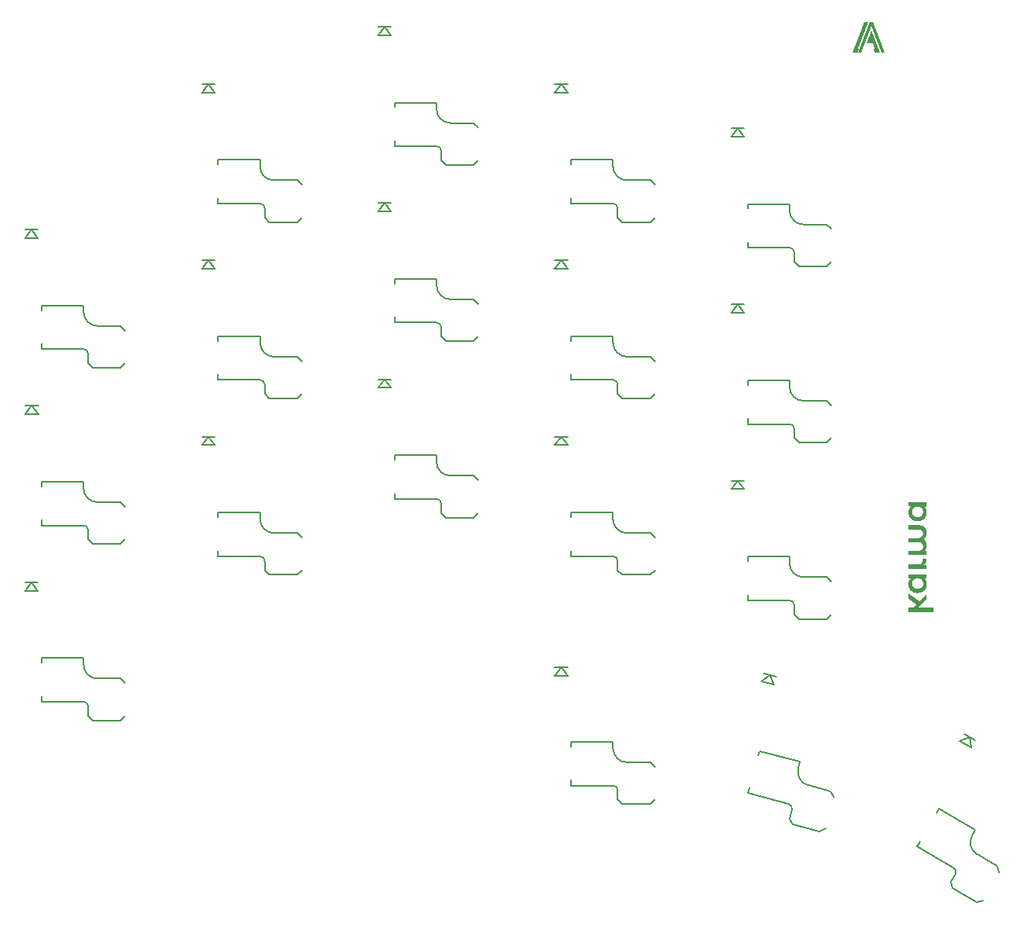
<source format=gbr>
%TF.GenerationSoftware,KiCad,Pcbnew,8.0.5*%
%TF.CreationDate,2024-12-10T18:47:19+08:00*%
%TF.ProjectId,pcb-left,7063622d-6c65-4667-942e-6b696361645f,0.32*%
%TF.SameCoordinates,Original*%
%TF.FileFunction,Legend,Bot*%
%TF.FilePolarity,Positive*%
%FSLAX46Y46*%
G04 Gerber Fmt 4.6, Leading zero omitted, Abs format (unit mm)*
G04 Created by KiCad (PCBNEW 8.0.5) date 2024-12-10 18:47:19*
%MOMM*%
%LPD*%
G01*
G04 APERTURE LIST*
G04 Aperture macros list*
%AMRotRect*
0 Rectangle, with rotation*
0 The origin of the aperture is its center*
0 $1 length*
0 $2 width*
0 $3 Rotation angle, in degrees counterclockwise*
0 Add horizontal line*
21,1,$1,$2,0,0,$3*%
G04 Aperture macros list end*
%ADD10C,0.000000*%
%ADD11C,0.150000*%
%ADD12C,1.701800*%
%ADD13C,3.000000*%
%ADD14C,3.429000*%
%ADD15R,2.600000X2.600000*%
%ADD16RotRect,2.600000X2.600000X150.000000*%
%ADD17RotRect,2.600000X2.600000X165.000000*%
%ADD18C,1.800000*%
%ADD19C,2.100000*%
%ADD20C,3.800000*%
%ADD21O,1.800000X2.750000*%
%ADD22C,1.397000*%
%ADD23RotRect,1.800000X1.500000X240.000000*%
%ADD24R,1.500000X1.800000*%
%ADD25RotRect,1.800000X1.500000X255.000000*%
G04 APERTURE END LIST*
D10*
G36*
X132697616Y-40007400D02*
G01*
X132339779Y-40007400D01*
X133607543Y-36756194D01*
X133965380Y-36756194D01*
X132697616Y-40007400D01*
G37*
G36*
X140256954Y-88952357D02*
G01*
X140024384Y-88952357D01*
X140039800Y-88966831D01*
X140054740Y-88981627D01*
X140069205Y-88996744D01*
X140083196Y-89012182D01*
X140096711Y-89027942D01*
X140109751Y-89044023D01*
X140122316Y-89060425D01*
X140134406Y-89077149D01*
X140146021Y-89094194D01*
X140157161Y-89111561D01*
X140167826Y-89129248D01*
X140178016Y-89147258D01*
X140187730Y-89165588D01*
X140196970Y-89184240D01*
X140205734Y-89203214D01*
X140214024Y-89222509D01*
X140221821Y-89242084D01*
X140229116Y-89261897D01*
X140235908Y-89281947D01*
X140242198Y-89302235D01*
X140247984Y-89322761D01*
X140253266Y-89343523D01*
X140258046Y-89364524D01*
X140262323Y-89385761D01*
X140266097Y-89407237D01*
X140269368Y-89428950D01*
X140272135Y-89450901D01*
X140274400Y-89473089D01*
X140276161Y-89495515D01*
X140277419Y-89518179D01*
X140278174Y-89541080D01*
X140278425Y-89564219D01*
X140277950Y-89598876D01*
X140276524Y-89633071D01*
X140274148Y-89666805D01*
X140270822Y-89700078D01*
X140266545Y-89732889D01*
X140261317Y-89765239D01*
X140255139Y-89797128D01*
X140248010Y-89828556D01*
X140239932Y-89859522D01*
X140230902Y-89890027D01*
X140220922Y-89920071D01*
X140209992Y-89949654D01*
X140198111Y-89978775D01*
X140185280Y-90007435D01*
X140171498Y-90035634D01*
X140156766Y-90063372D01*
X140141174Y-90090501D01*
X140124814Y-90116875D01*
X140107684Y-90142494D01*
X140089786Y-90167359D01*
X140071120Y-90191469D01*
X140051684Y-90214825D01*
X140031480Y-90237426D01*
X140010507Y-90259272D01*
X139988766Y-90280364D01*
X139966256Y-90300700D01*
X139942977Y-90320282D01*
X139918930Y-90339110D01*
X139894114Y-90357182D01*
X139868530Y-90374500D01*
X139842177Y-90391063D01*
X139815056Y-90406871D01*
X139787261Y-90421820D01*
X139758894Y-90435804D01*
X139729955Y-90448824D01*
X139700442Y-90460879D01*
X139670357Y-90471970D01*
X139639699Y-90482096D01*
X139608468Y-90491258D01*
X139576664Y-90499456D01*
X139544287Y-90506689D01*
X139511337Y-90512957D01*
X139477814Y-90518262D01*
X139443717Y-90522601D01*
X139409048Y-90525977D01*
X139373805Y-90528388D01*
X139337988Y-90529834D01*
X139301599Y-90530317D01*
X139265202Y-90529834D01*
X139229364Y-90528388D01*
X139194086Y-90525977D01*
X139159367Y-90522601D01*
X139125207Y-90518262D01*
X139091606Y-90512957D01*
X139058565Y-90506689D01*
X139026083Y-90499456D01*
X138994160Y-90491258D01*
X138962796Y-90482096D01*
X138931992Y-90471970D01*
X138901747Y-90460879D01*
X138872061Y-90448824D01*
X138842934Y-90435804D01*
X138814367Y-90421820D01*
X138786359Y-90406871D01*
X138759017Y-90391063D01*
X138732459Y-90374500D01*
X138706684Y-90357182D01*
X138681691Y-90339110D01*
X138657482Y-90320282D01*
X138634056Y-90300700D01*
X138611413Y-90280364D01*
X138589552Y-90259272D01*
X138568475Y-90237426D01*
X138548179Y-90214825D01*
X138528667Y-90191469D01*
X138509937Y-90167359D01*
X138491989Y-90142494D01*
X138474824Y-90116875D01*
X138458441Y-90090501D01*
X138442840Y-90063372D01*
X138428110Y-90035634D01*
X138414330Y-90007435D01*
X138401501Y-89978775D01*
X138389621Y-89949654D01*
X138378692Y-89920071D01*
X138368713Y-89890027D01*
X138359685Y-89859522D01*
X138351607Y-89828556D01*
X138344479Y-89797128D01*
X138338301Y-89765239D01*
X138333074Y-89732889D01*
X138328797Y-89700078D01*
X138325470Y-89666805D01*
X138323094Y-89633071D01*
X138321669Y-89598876D01*
X138321193Y-89564219D01*
X138321459Y-89539753D01*
X138322256Y-89515553D01*
X138322335Y-89514126D01*
X138704051Y-89514126D01*
X138704694Y-89544645D01*
X138706623Y-89574479D01*
X138709837Y-89603629D01*
X138714337Y-89632094D01*
X138720123Y-89659873D01*
X138727195Y-89686968D01*
X138735553Y-89713378D01*
X138745197Y-89739103D01*
X138756127Y-89764143D01*
X138768343Y-89788498D01*
X138781846Y-89812169D01*
X138796635Y-89835154D01*
X138812710Y-89857454D01*
X138830071Y-89879069D01*
X138848719Y-89899999D01*
X138868654Y-89920244D01*
X138889632Y-89939526D01*
X138911421Y-89957564D01*
X138934021Y-89974358D01*
X138957432Y-89989907D01*
X138981653Y-90004213D01*
X139006686Y-90017275D01*
X139032529Y-90029093D01*
X139059183Y-90039667D01*
X139086648Y-90048997D01*
X139114923Y-90057083D01*
X139144009Y-90063925D01*
X139173906Y-90069523D01*
X139204613Y-90073877D01*
X139236131Y-90076987D01*
X139268459Y-90078853D01*
X139301599Y-90079475D01*
X139334740Y-90078853D01*
X139367070Y-90076987D01*
X139398588Y-90073877D01*
X139429296Y-90069523D01*
X139459192Y-90063925D01*
X139488277Y-90057083D01*
X139516552Y-90048997D01*
X139544016Y-90039667D01*
X139570669Y-90029093D01*
X139596512Y-90017275D01*
X139621545Y-90004213D01*
X139645767Y-89989907D01*
X139669180Y-89974358D01*
X139691782Y-89957564D01*
X139713574Y-89939526D01*
X139734557Y-89920244D01*
X139754487Y-89899999D01*
X139773131Y-89879069D01*
X139790490Y-89857454D01*
X139806563Y-89835154D01*
X139821350Y-89812169D01*
X139834851Y-89788498D01*
X139847067Y-89764143D01*
X139857997Y-89739103D01*
X139867641Y-89713378D01*
X139876000Y-89686968D01*
X139883072Y-89659873D01*
X139888859Y-89632094D01*
X139893359Y-89603629D01*
X139896574Y-89574479D01*
X139898503Y-89544645D01*
X139899146Y-89514126D01*
X139898503Y-89483600D01*
X139896574Y-89453745D01*
X139893359Y-89424561D01*
X139888859Y-89396048D01*
X139883072Y-89368206D01*
X139876000Y-89341035D01*
X139867641Y-89314535D01*
X139857997Y-89288705D01*
X139847067Y-89263547D01*
X139834851Y-89239059D01*
X139821350Y-89215242D01*
X139806563Y-89192096D01*
X139790490Y-89169621D01*
X139773131Y-89147817D01*
X139754487Y-89126683D01*
X139734557Y-89106221D01*
X139713574Y-89086723D01*
X139691782Y-89068482D01*
X139669180Y-89051500D01*
X139645767Y-89035776D01*
X139621545Y-89021310D01*
X139596512Y-89008102D01*
X139570669Y-88996152D01*
X139544016Y-88985460D01*
X139516552Y-88976025D01*
X139488277Y-88967849D01*
X139459192Y-88960930D01*
X139429296Y-88955270D01*
X139398588Y-88950867D01*
X139367070Y-88947723D01*
X139334740Y-88945836D01*
X139301599Y-88945207D01*
X139268459Y-88945836D01*
X139236131Y-88947723D01*
X139204613Y-88950867D01*
X139173906Y-88955270D01*
X139144009Y-88960930D01*
X139114923Y-88967849D01*
X139086648Y-88976025D01*
X139059183Y-88985460D01*
X139032529Y-88996152D01*
X139006686Y-89008102D01*
X138981653Y-89021310D01*
X138957432Y-89035776D01*
X138934021Y-89051500D01*
X138911421Y-89068482D01*
X138889632Y-89086723D01*
X138868654Y-89106221D01*
X138848719Y-89126683D01*
X138830071Y-89147817D01*
X138812710Y-89169621D01*
X138796635Y-89192096D01*
X138781846Y-89215242D01*
X138768343Y-89239059D01*
X138756127Y-89263547D01*
X138745197Y-89288705D01*
X138735553Y-89314535D01*
X138727195Y-89341035D01*
X138720123Y-89368206D01*
X138714337Y-89396048D01*
X138709837Y-89424561D01*
X138706623Y-89453745D01*
X138704694Y-89483600D01*
X138704051Y-89514126D01*
X138322335Y-89514126D01*
X138323583Y-89491617D01*
X138325442Y-89467948D01*
X138327832Y-89444543D01*
X138330753Y-89421404D01*
X138334205Y-89398531D01*
X138338189Y-89375923D01*
X138342703Y-89353581D01*
X138347748Y-89331504D01*
X138353325Y-89309692D01*
X138359432Y-89288147D01*
X138366071Y-89266866D01*
X138373241Y-89245852D01*
X138380942Y-89225103D01*
X138389174Y-89204619D01*
X138397937Y-89184471D01*
X138407232Y-89164729D01*
X138417058Y-89145392D01*
X138427415Y-89126460D01*
X138438303Y-89107933D01*
X138449723Y-89089812D01*
X138461674Y-89072096D01*
X138474156Y-89054785D01*
X138487169Y-89037880D01*
X138500713Y-89021380D01*
X138514788Y-89005286D01*
X138529394Y-88989596D01*
X138544531Y-88974312D01*
X138560199Y-88959433D01*
X138576398Y-88944960D01*
X138593128Y-88930892D01*
X138346244Y-88930892D01*
X138346244Y-88505092D01*
X140256954Y-88505092D01*
X140256954Y-88952357D01*
G37*
G36*
X139492661Y-90964093D02*
G01*
X139542536Y-90966567D01*
X139590776Y-90970690D01*
X139637381Y-90976463D01*
X139682352Y-90983885D01*
X139725687Y-90992956D01*
X139767387Y-91003677D01*
X139807453Y-91016047D01*
X139845883Y-91030066D01*
X139882678Y-91045735D01*
X139917838Y-91063052D01*
X139951363Y-91082019D01*
X139983253Y-91102636D01*
X140013507Y-91124901D01*
X140042126Y-91148816D01*
X140069110Y-91174379D01*
X140094456Y-91201355D01*
X140118167Y-91229505D01*
X140140243Y-91258829D01*
X140160684Y-91289327D01*
X140179489Y-91320999D01*
X140196660Y-91353846D01*
X140212195Y-91387866D01*
X140226095Y-91423060D01*
X140238360Y-91459429D01*
X140248989Y-91496971D01*
X140257983Y-91535687D01*
X140265342Y-91575578D01*
X140271066Y-91616642D01*
X140275155Y-91658881D01*
X140277608Y-91702293D01*
X140278425Y-91746880D01*
X140278097Y-91774904D01*
X140277112Y-91802621D01*
X140275470Y-91830030D01*
X140273171Y-91857132D01*
X140270215Y-91883926D01*
X140266603Y-91910413D01*
X140262334Y-91936592D01*
X140257408Y-91962464D01*
X140251824Y-91988028D01*
X140245584Y-92013285D01*
X140238687Y-92038234D01*
X140231133Y-92062876D01*
X140222923Y-92087210D01*
X140214055Y-92111236D01*
X140204530Y-92134955D01*
X140194348Y-92158366D01*
X140183578Y-92181359D01*
X140172292Y-92203820D01*
X140160488Y-92225750D01*
X140148166Y-92247149D01*
X140135328Y-92268017D01*
X140121972Y-92288353D01*
X140108098Y-92308159D01*
X140093708Y-92327433D01*
X140078800Y-92346176D01*
X140063376Y-92364388D01*
X140047434Y-92382069D01*
X140030975Y-92399218D01*
X140013999Y-92415837D01*
X139996506Y-92431924D01*
X139978496Y-92447480D01*
X139959969Y-92462505D01*
X139979348Y-92474854D01*
X139998126Y-92487748D01*
X140016303Y-92501188D01*
X140033879Y-92515172D01*
X140050854Y-92529701D01*
X140067229Y-92544776D01*
X140083002Y-92560395D01*
X140098175Y-92576560D01*
X140112746Y-92593270D01*
X140126716Y-92610524D01*
X140140086Y-92628324D01*
X140152854Y-92646669D01*
X140165020Y-92665559D01*
X140176586Y-92684994D01*
X140187550Y-92704974D01*
X140197913Y-92725499D01*
X140207666Y-92746485D01*
X140216788Y-92767849D01*
X140225281Y-92789590D01*
X140233145Y-92811709D01*
X140240378Y-92834205D01*
X140246983Y-92857079D01*
X140252958Y-92880330D01*
X140258304Y-92903958D01*
X140263020Y-92927964D01*
X140267108Y-92952347D01*
X140270566Y-92977108D01*
X140273396Y-93002246D01*
X140275596Y-93027761D01*
X140277168Y-93053654D01*
X140278111Y-93079924D01*
X140278425Y-93106571D01*
X140278160Y-93131030D01*
X140277363Y-93155211D01*
X140276035Y-93179111D01*
X140274177Y-93202732D01*
X140271787Y-93226073D01*
X140268866Y-93249135D01*
X140265413Y-93271918D01*
X140261430Y-93294420D01*
X140256916Y-93316644D01*
X140251870Y-93338588D01*
X140246294Y-93360252D01*
X140240186Y-93381637D01*
X140233548Y-93402742D01*
X140226378Y-93423568D01*
X140218677Y-93444114D01*
X140210445Y-93464381D01*
X140201708Y-93484299D01*
X140192495Y-93503797D01*
X140182808Y-93522876D01*
X140172646Y-93541535D01*
X140162010Y-93559775D01*
X140150898Y-93577596D01*
X140139311Y-93594997D01*
X140127249Y-93611980D01*
X140114712Y-93628543D01*
X140101700Y-93644686D01*
X140088213Y-93660411D01*
X140074251Y-93675716D01*
X140059813Y-93690602D01*
X140044900Y-93705068D01*
X140029512Y-93719115D01*
X140013648Y-93732744D01*
X140256954Y-93732744D01*
X140256954Y-94158538D01*
X138346244Y-94158538D01*
X138346244Y-93711272D01*
X139315913Y-93711272D01*
X139350282Y-93710748D01*
X139383617Y-93709176D01*
X139415918Y-93706555D01*
X139447184Y-93702886D01*
X139477416Y-93698169D01*
X139506614Y-93692404D01*
X139534778Y-93685591D01*
X139561907Y-93677729D01*
X139588003Y-93668819D01*
X139613064Y-93658860D01*
X139637091Y-93647853D01*
X139660083Y-93635798D01*
X139682042Y-93622695D01*
X139702967Y-93608543D01*
X139722857Y-93593343D01*
X139741714Y-93577094D01*
X139759478Y-93559951D01*
X139776096Y-93542067D01*
X139791568Y-93523442D01*
X139805894Y-93504077D01*
X139819073Y-93483970D01*
X139831107Y-93463123D01*
X139841995Y-93441536D01*
X139851736Y-93419207D01*
X139860332Y-93396138D01*
X139867781Y-93372328D01*
X139874085Y-93347777D01*
X139879242Y-93322485D01*
X139883253Y-93296453D01*
X139886118Y-93269680D01*
X139887837Y-93242166D01*
X139888410Y-93213912D01*
X139887914Y-93188348D01*
X139886425Y-93163539D01*
X139883944Y-93139484D01*
X139880470Y-93116184D01*
X139876004Y-93093639D01*
X139870545Y-93071849D01*
X139864094Y-93050814D01*
X139856650Y-93030533D01*
X139848214Y-93011007D01*
X139838786Y-92992236D01*
X139828365Y-92974220D01*
X139816952Y-92956959D01*
X139804547Y-92940452D01*
X139791149Y-92924701D01*
X139776759Y-92909704D01*
X139761377Y-92895463D01*
X139745018Y-92882030D01*
X139727695Y-92869465D01*
X139709408Y-92857766D01*
X139690156Y-92846933D01*
X139669939Y-92836967D01*
X139648757Y-92827868D01*
X139626611Y-92819635D01*
X139603500Y-92812268D01*
X139579425Y-92805769D01*
X139554386Y-92800135D01*
X139528381Y-92795369D01*
X139501413Y-92791469D01*
X139473480Y-92788436D01*
X139444582Y-92786269D01*
X139414720Y-92784969D01*
X139383893Y-92784536D01*
X138346244Y-92784536D01*
X138346244Y-92337270D01*
X139315913Y-92337270D01*
X139349855Y-92336739D01*
X139382805Y-92335146D01*
X139414763Y-92332490D01*
X139445728Y-92328772D01*
X139475702Y-92323992D01*
X139504683Y-92318150D01*
X139532672Y-92311246D01*
X139559669Y-92303279D01*
X139585674Y-92294250D01*
X139610687Y-92284159D01*
X139634708Y-92273005D01*
X139657736Y-92260789D01*
X139679773Y-92247511D01*
X139700818Y-92233171D01*
X139720870Y-92217768D01*
X139739931Y-92201303D01*
X139757911Y-92183958D01*
X139774731Y-92165914D01*
X139790391Y-92147170D01*
X139804891Y-92127728D01*
X139818231Y-92107587D01*
X139830411Y-92086748D01*
X139841431Y-92065209D01*
X139851291Y-92042971D01*
X139859990Y-92020034D01*
X139867530Y-91996399D01*
X139873910Y-91972065D01*
X139879130Y-91947031D01*
X139883190Y-91921299D01*
X139886090Y-91894869D01*
X139887830Y-91867739D01*
X139888410Y-91839911D01*
X139887914Y-91814347D01*
X139886425Y-91789537D01*
X139883944Y-91765483D01*
X139880470Y-91742183D01*
X139876004Y-91719638D01*
X139870545Y-91697848D01*
X139864094Y-91676813D01*
X139856650Y-91656532D01*
X139848214Y-91637007D01*
X139838786Y-91618236D01*
X139828365Y-91600220D01*
X139816952Y-91582958D01*
X139804547Y-91566452D01*
X139791149Y-91550700D01*
X139776759Y-91535703D01*
X139761377Y-91521460D01*
X139745018Y-91508028D01*
X139727695Y-91495463D01*
X139709408Y-91483764D01*
X139690156Y-91472931D01*
X139669939Y-91462965D01*
X139648757Y-91453866D01*
X139626611Y-91445633D01*
X139603500Y-91438267D01*
X139579425Y-91431767D01*
X139554386Y-91426134D01*
X139528381Y-91421367D01*
X139501413Y-91417468D01*
X139473480Y-91414434D01*
X139444582Y-91412268D01*
X139414720Y-91410968D01*
X139383893Y-91410534D01*
X138346244Y-91410534D01*
X138346244Y-90963268D01*
X139441151Y-90963268D01*
X139492661Y-90964093D01*
G37*
G36*
X133231016Y-40007400D02*
G01*
X132873179Y-40007400D01*
X134140943Y-36756194D01*
X134498780Y-36756194D01*
X133231016Y-40007400D01*
G37*
G36*
X135235377Y-40007398D02*
G01*
X134879777Y-40007398D01*
X134481366Y-38991398D01*
X133802755Y-38991398D01*
X134324171Y-37670599D01*
X135235377Y-40007398D01*
G37*
G36*
X140256954Y-96677541D02*
G01*
X140024384Y-96677541D01*
X140039800Y-96692014D01*
X140054740Y-96706809D01*
X140069205Y-96721925D01*
X140083196Y-96737363D01*
X140096711Y-96753122D01*
X140109751Y-96769203D01*
X140122316Y-96785605D01*
X140134406Y-96802329D01*
X140146021Y-96819374D01*
X140157161Y-96836741D01*
X140167826Y-96854430D01*
X140178016Y-96872439D01*
X140187730Y-96890770D01*
X140196970Y-96909423D01*
X140205734Y-96928397D01*
X140214024Y-96947693D01*
X140221821Y-96967267D01*
X140229116Y-96987079D01*
X140235908Y-97007129D01*
X140242198Y-97027416D01*
X140247984Y-97047942D01*
X140253266Y-97068704D01*
X140258046Y-97089705D01*
X140262323Y-97110943D01*
X140266097Y-97132419D01*
X140269368Y-97154132D01*
X140272135Y-97176083D01*
X140274400Y-97198272D01*
X140276161Y-97220698D01*
X140277419Y-97243362D01*
X140278174Y-97266264D01*
X140278425Y-97289403D01*
X140277950Y-97324059D01*
X140276524Y-97358254D01*
X140274148Y-97391988D01*
X140270822Y-97425261D01*
X140266545Y-97458072D01*
X140261317Y-97490422D01*
X140255139Y-97522311D01*
X140248010Y-97553738D01*
X140239932Y-97584704D01*
X140230902Y-97615209D01*
X140220922Y-97645253D01*
X140209992Y-97674835D01*
X140198111Y-97703956D01*
X140185280Y-97732616D01*
X140171498Y-97760815D01*
X140156766Y-97788552D01*
X140141174Y-97815681D01*
X140124814Y-97842056D01*
X140107684Y-97867676D01*
X140089786Y-97892541D01*
X140071120Y-97916652D01*
X140051684Y-97940008D01*
X140031480Y-97962609D01*
X140010507Y-97984455D01*
X139988766Y-98005547D01*
X139966256Y-98025884D01*
X139942977Y-98045466D01*
X139918930Y-98064293D01*
X139894114Y-98082366D01*
X139868530Y-98099684D01*
X139842177Y-98116247D01*
X139815056Y-98132055D01*
X139787261Y-98147003D01*
X139758894Y-98160987D01*
X139729955Y-98174006D01*
X139700442Y-98186061D01*
X139670357Y-98197152D01*
X139639699Y-98207278D01*
X139608468Y-98216441D01*
X139576664Y-98224638D01*
X139544287Y-98231871D01*
X139511337Y-98238140D01*
X139477814Y-98243445D01*
X139443717Y-98247785D01*
X139409048Y-98251160D01*
X139373805Y-98253571D01*
X139337988Y-98255018D01*
X139301599Y-98255500D01*
X139265202Y-98255018D01*
X139229364Y-98253571D01*
X139194086Y-98251160D01*
X139159367Y-98247785D01*
X139125207Y-98243445D01*
X139091606Y-98238140D01*
X139058565Y-98231871D01*
X139026083Y-98224638D01*
X138994160Y-98216441D01*
X138962796Y-98207278D01*
X138931992Y-98197152D01*
X138901747Y-98186061D01*
X138872061Y-98174006D01*
X138842934Y-98160987D01*
X138814367Y-98147003D01*
X138786359Y-98132055D01*
X138759017Y-98116247D01*
X138732459Y-98099684D01*
X138706684Y-98082366D01*
X138681691Y-98064293D01*
X138657482Y-98045466D01*
X138634056Y-98025884D01*
X138611413Y-98005547D01*
X138589552Y-97984455D01*
X138568475Y-97962609D01*
X138548179Y-97940008D01*
X138528667Y-97916652D01*
X138509937Y-97892541D01*
X138491989Y-97867676D01*
X138474824Y-97842056D01*
X138458441Y-97815681D01*
X138442840Y-97788552D01*
X138428110Y-97760815D01*
X138414330Y-97732616D01*
X138401501Y-97703956D01*
X138389621Y-97674835D01*
X138378692Y-97645253D01*
X138368713Y-97615209D01*
X138359685Y-97584704D01*
X138351607Y-97553738D01*
X138344479Y-97522311D01*
X138338301Y-97490422D01*
X138333074Y-97458072D01*
X138328797Y-97425261D01*
X138325470Y-97391988D01*
X138323094Y-97358254D01*
X138321669Y-97324059D01*
X138321193Y-97289403D01*
X138321459Y-97264936D01*
X138322256Y-97240734D01*
X138322335Y-97239309D01*
X138704051Y-97239309D01*
X138704694Y-97269828D01*
X138706623Y-97299663D01*
X138709837Y-97328812D01*
X138714337Y-97357276D01*
X138720123Y-97385056D01*
X138727195Y-97412150D01*
X138735553Y-97438560D01*
X138745197Y-97464284D01*
X138756127Y-97489324D01*
X138768343Y-97513679D01*
X138781846Y-97537349D01*
X138796635Y-97560335D01*
X138812710Y-97582635D01*
X138830071Y-97604251D01*
X138848719Y-97625182D01*
X138868654Y-97645428D01*
X138889632Y-97664709D01*
X138911421Y-97682746D01*
X138934021Y-97699539D01*
X138957432Y-97715089D01*
X138981653Y-97729394D01*
X139006686Y-97742455D01*
X139032529Y-97754273D01*
X139059183Y-97764846D01*
X139086648Y-97774176D01*
X139114923Y-97782261D01*
X139144009Y-97789103D01*
X139173906Y-97794701D01*
X139204613Y-97799055D01*
X139236131Y-97802165D01*
X139268459Y-97804031D01*
X139301599Y-97804652D01*
X139334740Y-97804031D01*
X139367070Y-97802165D01*
X139398588Y-97799055D01*
X139429296Y-97794701D01*
X139459192Y-97789103D01*
X139488277Y-97782261D01*
X139516552Y-97774176D01*
X139544016Y-97764846D01*
X139570669Y-97754273D01*
X139596512Y-97742455D01*
X139621545Y-97729394D01*
X139645767Y-97715089D01*
X139669180Y-97699539D01*
X139691782Y-97682746D01*
X139713574Y-97664709D01*
X139734557Y-97645428D01*
X139754487Y-97625182D01*
X139773131Y-97604251D01*
X139790490Y-97582635D01*
X139806563Y-97560335D01*
X139821350Y-97537349D01*
X139834851Y-97513679D01*
X139847067Y-97489324D01*
X139857997Y-97464284D01*
X139867641Y-97438560D01*
X139876000Y-97412150D01*
X139883072Y-97385056D01*
X139888859Y-97357276D01*
X139893359Y-97328812D01*
X139896574Y-97299663D01*
X139898503Y-97269828D01*
X139899146Y-97239309D01*
X139898503Y-97208783D01*
X139896574Y-97178928D01*
X139893359Y-97149744D01*
X139888859Y-97121230D01*
X139883072Y-97093388D01*
X139876000Y-97066217D01*
X139867641Y-97039717D01*
X139857997Y-97013888D01*
X139847067Y-96988729D01*
X139834851Y-96964242D01*
X139821350Y-96940425D01*
X139806563Y-96917279D01*
X139790490Y-96894805D01*
X139773131Y-96873000D01*
X139754487Y-96851867D01*
X139734557Y-96831405D01*
X139713574Y-96811906D01*
X139691782Y-96793666D01*
X139669180Y-96776683D01*
X139645767Y-96760959D01*
X139621545Y-96746492D01*
X139596512Y-96733283D01*
X139570669Y-96721333D01*
X139544016Y-96710640D01*
X139516552Y-96701205D01*
X139488277Y-96693028D01*
X139459192Y-96686109D01*
X139429296Y-96680448D01*
X139398588Y-96676045D01*
X139367070Y-96672900D01*
X139334740Y-96671013D01*
X139301599Y-96670384D01*
X139268459Y-96671013D01*
X139236131Y-96672900D01*
X139204613Y-96676045D01*
X139173906Y-96680448D01*
X139144009Y-96686109D01*
X139114923Y-96693028D01*
X139086648Y-96701205D01*
X139059183Y-96710640D01*
X139032529Y-96721333D01*
X139006686Y-96733283D01*
X138981653Y-96746492D01*
X138957432Y-96760959D01*
X138934021Y-96776683D01*
X138911421Y-96793666D01*
X138889632Y-96811906D01*
X138868654Y-96831405D01*
X138848719Y-96851867D01*
X138830071Y-96873000D01*
X138812710Y-96894805D01*
X138796635Y-96917279D01*
X138781846Y-96940425D01*
X138768343Y-96964242D01*
X138756127Y-96988729D01*
X138745197Y-97013888D01*
X138735553Y-97039717D01*
X138727195Y-97066217D01*
X138720123Y-97093388D01*
X138714337Y-97121230D01*
X138709837Y-97149744D01*
X138706623Y-97178928D01*
X138704694Y-97208783D01*
X138704051Y-97239309D01*
X138322335Y-97239309D01*
X138323583Y-97216798D01*
X138325442Y-97193128D01*
X138327832Y-97169724D01*
X138330753Y-97146585D01*
X138334205Y-97123712D01*
X138338189Y-97101104D01*
X138342703Y-97078762D01*
X138347748Y-97056686D01*
X138353325Y-97034875D01*
X138359432Y-97013329D01*
X138366071Y-96992049D01*
X138373241Y-96971035D01*
X138380942Y-96950286D01*
X138389174Y-96929803D01*
X138397937Y-96909655D01*
X138407232Y-96889912D01*
X138417058Y-96870575D01*
X138427415Y-96851643D01*
X138438303Y-96833117D01*
X138449723Y-96814995D01*
X138461674Y-96797280D01*
X138474156Y-96779969D01*
X138487169Y-96763064D01*
X138500713Y-96746564D01*
X138514788Y-96730469D01*
X138529394Y-96714780D01*
X138544531Y-96699496D01*
X138560199Y-96684617D01*
X138576398Y-96670144D01*
X138593128Y-96656076D01*
X138346244Y-96656076D01*
X138346244Y-96230275D01*
X140256954Y-96230275D01*
X140256954Y-96677541D01*
G37*
G36*
X135768777Y-40007400D02*
G01*
X135410940Y-40007400D01*
X134143176Y-36756194D01*
X134501012Y-36756194D01*
X135768777Y-40007400D01*
G37*
G36*
X134879778Y-40007411D02*
G01*
X134701904Y-40007411D01*
X134562272Y-39649311D01*
X134740125Y-39649270D01*
X134879778Y-40007411D01*
G37*
G36*
X140277251Y-94597505D02*
G01*
X140273729Y-94654895D01*
X140267859Y-94709992D01*
X140259640Y-94762797D01*
X140249073Y-94813310D01*
X140242910Y-94837707D01*
X140236159Y-94861531D01*
X140228821Y-94884781D01*
X140220896Y-94907459D01*
X140212384Y-94929564D01*
X140203285Y-94951095D01*
X140193598Y-94972054D01*
X140183325Y-94992439D01*
X140172465Y-95012252D01*
X140161018Y-95031491D01*
X140148984Y-95050158D01*
X140136362Y-95068251D01*
X140123154Y-95085771D01*
X140109359Y-95102718D01*
X140094976Y-95119092D01*
X140080007Y-95134894D01*
X140064450Y-95150122D01*
X140048307Y-95164777D01*
X140031576Y-95178859D01*
X140014259Y-95192367D01*
X139996354Y-95205303D01*
X139977862Y-95217666D01*
X140256954Y-95217666D01*
X140256954Y-95643464D01*
X138346244Y-95643464D01*
X138346244Y-95196194D01*
X139272970Y-95196194D01*
X139308228Y-95195621D01*
X139342438Y-95193902D01*
X139375600Y-95191037D01*
X139407713Y-95187026D01*
X139438777Y-95181868D01*
X139468793Y-95175565D01*
X139497761Y-95168115D01*
X139525681Y-95159520D01*
X139552552Y-95149778D01*
X139578375Y-95138890D01*
X139603150Y-95126856D01*
X139626876Y-95113676D01*
X139649555Y-95099350D01*
X139671185Y-95083878D01*
X139691768Y-95067259D01*
X139711302Y-95049495D01*
X139729714Y-95030710D01*
X139746939Y-95011030D01*
X139762976Y-94990456D01*
X139777826Y-94968987D01*
X139791488Y-94946623D01*
X139803963Y-94923365D01*
X139815250Y-94899213D01*
X139825349Y-94874165D01*
X139834260Y-94848224D01*
X139841984Y-94821387D01*
X139848519Y-94793657D01*
X139853866Y-94765032D01*
X139858025Y-94735512D01*
X139860996Y-94705098D01*
X139862779Y-94673790D01*
X139863373Y-94641587D01*
X139863205Y-94629790D01*
X139862700Y-94617658D01*
X139861860Y-94605191D01*
X139860684Y-94592388D01*
X139859174Y-94579249D01*
X139857329Y-94565776D01*
X139855150Y-94551967D01*
X139852637Y-94537824D01*
X140278425Y-94537824D01*
X140277251Y-94597505D01*
G37*
G36*
X139455452Y-99182236D02*
G01*
X140256954Y-98384310D01*
X140256954Y-98921031D01*
X139398221Y-99847767D01*
X141001211Y-99847767D01*
X141001211Y-100295033D01*
X138346244Y-100295033D01*
X138346244Y-99847767D01*
X138850761Y-99847767D01*
X139165625Y-99515000D01*
X138346244Y-98853048D01*
X138346244Y-98309169D01*
X139455452Y-99182236D01*
G37*
G36*
X133012899Y-39649311D02*
G01*
X132873266Y-40007411D01*
X132695393Y-40007411D01*
X132835046Y-39649270D01*
X133012899Y-39649311D01*
G37*
D11*
%TO.C,SWL5*%
X121015625Y-56350000D02*
X121015625Y-56850000D01*
X121015625Y-60450000D02*
X121015625Y-61050000D01*
X121015625Y-61050000D02*
X125515625Y-61050000D01*
X125515625Y-56350000D02*
X121015625Y-56350000D01*
X125515625Y-57050000D02*
X125515625Y-56350000D01*
X126015625Y-61550000D02*
X126015625Y-62550000D01*
X126515625Y-63050000D02*
X126015625Y-62550000D01*
X129515625Y-58550000D02*
X127015625Y-58550000D01*
X129515625Y-63050000D02*
X126515625Y-63050000D01*
X130015625Y-59050000D02*
X129515625Y-58550000D01*
X130015625Y-62550000D02*
X129515625Y-63050000D01*
X125515625Y-61050000D02*
G75*
G02*
X126015625Y-61550000I-1J-500001D01*
G01*
X127015625Y-58550000D02*
G75*
G02*
X125515625Y-57050000I1J1500001D01*
G01*
%TO.C,SWL13*%
X83015625Y-83425000D02*
X83015625Y-83925000D01*
X83015625Y-87525000D02*
X83015625Y-88125000D01*
X83015625Y-88125000D02*
X87515625Y-88125000D01*
X87515625Y-83425000D02*
X83015625Y-83425000D01*
X87515625Y-84125000D02*
X87515625Y-83425000D01*
X88015625Y-88625000D02*
X88015625Y-89625000D01*
X88515625Y-90125000D02*
X88015625Y-89625000D01*
X91515625Y-85625000D02*
X89015625Y-85625000D01*
X91515625Y-90125000D02*
X88515625Y-90125000D01*
X92015625Y-86125000D02*
X91515625Y-85625000D01*
X92015625Y-89625000D02*
X91515625Y-90125000D01*
X87515625Y-88125000D02*
G75*
G02*
X88015625Y-88625000I-1J-500001D01*
G01*
X89015625Y-85625000D02*
G75*
G02*
X87515625Y-84125000I1J1500001D01*
G01*
%TO.C,SWL9*%
X102015625Y-70600000D02*
X102015625Y-71100000D01*
X102015625Y-74700000D02*
X102015625Y-75300000D01*
X102015625Y-75300000D02*
X106515625Y-75300000D01*
X106515625Y-70600000D02*
X102015625Y-70600000D01*
X106515625Y-71300000D02*
X106515625Y-70600000D01*
X107015625Y-75800000D02*
X107015625Y-76800000D01*
X107515625Y-77300000D02*
X107015625Y-76800000D01*
X110515625Y-72800000D02*
X108015625Y-72800000D01*
X110515625Y-77300000D02*
X107515625Y-77300000D01*
X111015625Y-73300000D02*
X110515625Y-72800000D01*
X111015625Y-76800000D02*
X110515625Y-77300000D01*
X106515625Y-75300000D02*
G75*
G02*
X107015625Y-75800000I-1J-500001D01*
G01*
X108015625Y-72800000D02*
G75*
G02*
X106515625Y-71300000I1J1500001D01*
G01*
%TO.C,SWL18*%
X141628447Y-121524038D02*
X141378447Y-121957051D01*
X139578447Y-125074742D02*
X139278447Y-125594358D01*
X139278447Y-125594358D02*
X143175561Y-127844358D01*
X145525561Y-123774038D02*
X141628447Y-121524038D01*
X145175561Y-124380256D02*
X145525561Y-123774038D01*
X143358574Y-128527370D02*
X142858574Y-129393396D01*
X143041587Y-130076408D02*
X142858574Y-129393396D01*
X147889663Y-127679294D02*
X145724600Y-126429294D01*
X145639663Y-131576408D02*
X143041587Y-130076408D01*
X148072676Y-128362307D02*
X147889663Y-127679294D01*
X146322676Y-131393396D02*
X145639663Y-131576408D01*
X143175561Y-127844358D02*
G75*
G02*
X143358574Y-128527370I-250001J-433013D01*
G01*
X145724600Y-126429294D02*
G75*
G02*
X145175562Y-124380257I750001J1299038D01*
G01*
%TO.C,SWL1*%
X45015625Y-67275000D02*
X45015625Y-67775000D01*
X45015625Y-71375000D02*
X45015625Y-71975000D01*
X45015625Y-71975000D02*
X49515625Y-71975000D01*
X49515625Y-67275000D02*
X45015625Y-67275000D01*
X49515625Y-67975000D02*
X49515625Y-67275000D01*
X50015625Y-72475000D02*
X50015625Y-73475000D01*
X50515625Y-73975000D02*
X50015625Y-73475000D01*
X53515625Y-69475000D02*
X51015625Y-69475000D01*
X53515625Y-73975000D02*
X50515625Y-73975000D01*
X54015625Y-69975000D02*
X53515625Y-69475000D01*
X54015625Y-73475000D02*
X53515625Y-73975000D01*
X49515625Y-71975000D02*
G75*
G02*
X50015625Y-72475000I-1J-500001D01*
G01*
X51015625Y-69475000D02*
G75*
G02*
X49515625Y-67975000I1J1500001D01*
G01*
%TO.C,SWL17*%
X122290916Y-115287155D02*
X122161506Y-115770118D01*
X121229758Y-119247451D02*
X121074466Y-119827007D01*
X121074466Y-119827007D02*
X125421132Y-120991693D01*
X126637582Y-116451841D02*
X122290916Y-115287155D01*
X126456409Y-117127989D02*
X126637582Y-116451841D01*
X125774686Y-121604065D02*
X125515867Y-122569991D01*
X125869420Y-123182363D02*
X125515867Y-122569991D01*
X129931883Y-119612154D02*
X127517069Y-118965107D01*
X128767198Y-123958820D02*
X125869420Y-123182363D01*
X130285437Y-120224527D02*
X129931883Y-119612154D01*
X129379570Y-123605267D02*
X128767198Y-123958820D01*
X125421132Y-120991693D02*
G75*
G02*
X125774685Y-121604065I-129410J-482963D01*
G01*
X127517069Y-118965107D02*
G75*
G02*
X126456408Y-117127989I388231J1448891D01*
G01*
%TO.C,SWL7*%
X64015625Y-70600000D02*
X64015625Y-71100000D01*
X64015625Y-74700000D02*
X64015625Y-75300000D01*
X64015625Y-75300000D02*
X68515625Y-75300000D01*
X68515625Y-70600000D02*
X64015625Y-70600000D01*
X68515625Y-71300000D02*
X68515625Y-70600000D01*
X69015625Y-75800000D02*
X69015625Y-76800000D01*
X69515625Y-77300000D02*
X69015625Y-76800000D01*
X72515625Y-72800000D02*
X70015625Y-72800000D01*
X72515625Y-77300000D02*
X69515625Y-77300000D01*
X73015625Y-73300000D02*
X72515625Y-72800000D01*
X73015625Y-76800000D02*
X72515625Y-77300000D01*
X68515625Y-75300000D02*
G75*
G02*
X69015625Y-75800000I-1J-500001D01*
G01*
X70015625Y-72800000D02*
G75*
G02*
X68515625Y-71300000I1J1500001D01*
G01*
%TO.C,SWL15*%
X121015625Y-94350000D02*
X121015625Y-94850000D01*
X121015625Y-98450000D02*
X121015625Y-99050000D01*
X121015625Y-99050000D02*
X125515625Y-99050000D01*
X125515625Y-94350000D02*
X121015625Y-94350000D01*
X125515625Y-95050000D02*
X125515625Y-94350000D01*
X126015625Y-99550000D02*
X126015625Y-100550000D01*
X126515625Y-101050000D02*
X126015625Y-100550000D01*
X129515625Y-96550000D02*
X127015625Y-96550000D01*
X129515625Y-101050000D02*
X126515625Y-101050000D01*
X130015625Y-97050000D02*
X129515625Y-96550000D01*
X130015625Y-100550000D02*
X129515625Y-101050000D01*
X125515625Y-99050000D02*
G75*
G02*
X126015625Y-99550000I-1J-500001D01*
G01*
X127015625Y-96550000D02*
G75*
G02*
X125515625Y-95050000I1J1500001D01*
G01*
%TO.C,SWL4*%
X102015625Y-51600000D02*
X102015625Y-52100000D01*
X102015625Y-55700000D02*
X102015625Y-56300000D01*
X102015625Y-56300000D02*
X106515625Y-56300000D01*
X106515625Y-51600000D02*
X102015625Y-51600000D01*
X106515625Y-52300000D02*
X106515625Y-51600000D01*
X107015625Y-56800000D02*
X107015625Y-57800000D01*
X107515625Y-58300000D02*
X107015625Y-57800000D01*
X110515625Y-53800000D02*
X108015625Y-53800000D01*
X110515625Y-58300000D02*
X107515625Y-58300000D01*
X111015625Y-54300000D02*
X110515625Y-53800000D01*
X111015625Y-57800000D02*
X110515625Y-58300000D01*
X106515625Y-56300000D02*
G75*
G02*
X107015625Y-56800000I-1J-500001D01*
G01*
X108015625Y-53800000D02*
G75*
G02*
X106515625Y-52300000I1J1500001D01*
G01*
%TO.C,SWL14*%
X102015625Y-89600000D02*
X102015625Y-90100000D01*
X102015625Y-93700000D02*
X102015625Y-94300000D01*
X102015625Y-94300000D02*
X106515625Y-94300000D01*
X106515625Y-89600000D02*
X102015625Y-89600000D01*
X106515625Y-90300000D02*
X106515625Y-89600000D01*
X107015625Y-94800000D02*
X107015625Y-95800000D01*
X107515625Y-96300000D02*
X107015625Y-95800000D01*
X110515625Y-91800000D02*
X108015625Y-91800000D01*
X110515625Y-96300000D02*
X107515625Y-96300000D01*
X111015625Y-92300000D02*
X110515625Y-91800000D01*
X111015625Y-95800000D02*
X110515625Y-96300000D01*
X106515625Y-94300000D02*
G75*
G02*
X107015625Y-94800000I-1J-500001D01*
G01*
X108015625Y-91800000D02*
G75*
G02*
X106515625Y-90300000I1J1500001D01*
G01*
%TO.C,SWL8*%
X83015625Y-64425000D02*
X83015625Y-64925000D01*
X83015625Y-68525000D02*
X83015625Y-69125000D01*
X83015625Y-69125000D02*
X87515625Y-69125000D01*
X87515625Y-64425000D02*
X83015625Y-64425000D01*
X87515625Y-65125000D02*
X87515625Y-64425000D01*
X88015625Y-69625000D02*
X88015625Y-70625000D01*
X88515625Y-71125000D02*
X88015625Y-70625000D01*
X91515625Y-66625000D02*
X89015625Y-66625000D01*
X91515625Y-71125000D02*
X88515625Y-71125000D01*
X92015625Y-67125000D02*
X91515625Y-66625000D01*
X92015625Y-70625000D02*
X91515625Y-71125000D01*
X87515625Y-69125000D02*
G75*
G02*
X88015625Y-69625000I-1J-500001D01*
G01*
X89015625Y-66625000D02*
G75*
G02*
X87515625Y-65125000I1J1500001D01*
G01*
%TO.C,SWL10*%
X121015625Y-75350000D02*
X121015625Y-75850000D01*
X121015625Y-79450000D02*
X121015625Y-80050000D01*
X121015625Y-80050000D02*
X125515625Y-80050000D01*
X125515625Y-75350000D02*
X121015625Y-75350000D01*
X125515625Y-76050000D02*
X125515625Y-75350000D01*
X126015625Y-80550000D02*
X126015625Y-81550000D01*
X126515625Y-82050000D02*
X126015625Y-81550000D01*
X129515625Y-77550000D02*
X127015625Y-77550000D01*
X129515625Y-82050000D02*
X126515625Y-82050000D01*
X130015625Y-78050000D02*
X129515625Y-77550000D01*
X130015625Y-81550000D02*
X129515625Y-82050000D01*
X125515625Y-80050000D02*
G75*
G02*
X126015625Y-80550000I-1J-500001D01*
G01*
X127015625Y-77550000D02*
G75*
G02*
X125515625Y-76050000I1J1500001D01*
G01*
%TO.C,SWL11*%
X45015625Y-105275000D02*
X45015625Y-105775000D01*
X45015625Y-109375000D02*
X45015625Y-109975000D01*
X45015625Y-109975000D02*
X49515625Y-109975000D01*
X49515625Y-105275000D02*
X45015625Y-105275000D01*
X49515625Y-105975000D02*
X49515625Y-105275000D01*
X50015625Y-110475000D02*
X50015625Y-111475000D01*
X50515625Y-111975000D02*
X50015625Y-111475000D01*
X53515625Y-107475000D02*
X51015625Y-107475000D01*
X53515625Y-111975000D02*
X50515625Y-111975000D01*
X54015625Y-107975000D02*
X53515625Y-107475000D01*
X54015625Y-111475000D02*
X53515625Y-111975000D01*
X49515625Y-109975000D02*
G75*
G02*
X50015625Y-110475000I-1J-500001D01*
G01*
X51015625Y-107475000D02*
G75*
G02*
X49515625Y-105975000I1J1500001D01*
G01*
%TO.C,SWL3*%
X83015625Y-45425000D02*
X83015625Y-45925000D01*
X83015625Y-49525000D02*
X83015625Y-50125000D01*
X83015625Y-50125000D02*
X87515625Y-50125000D01*
X87515625Y-45425000D02*
X83015625Y-45425000D01*
X87515625Y-46125000D02*
X87515625Y-45425000D01*
X88015625Y-50625000D02*
X88015625Y-51625000D01*
X88515625Y-52125000D02*
X88015625Y-51625000D01*
X91515625Y-47625000D02*
X89015625Y-47625000D01*
X91515625Y-52125000D02*
X88515625Y-52125000D01*
X92015625Y-48125000D02*
X91515625Y-47625000D01*
X92015625Y-51625000D02*
X91515625Y-52125000D01*
X87515625Y-50125000D02*
G75*
G02*
X88015625Y-50625000I-1J-500001D01*
G01*
X89015625Y-47625000D02*
G75*
G02*
X87515625Y-46125000I1J1500001D01*
G01*
%TO.C,SWL6*%
X45015625Y-86275000D02*
X45015625Y-86775000D01*
X45015625Y-90375000D02*
X45015625Y-90975000D01*
X45015625Y-90975000D02*
X49515625Y-90975000D01*
X49515625Y-86275000D02*
X45015625Y-86275000D01*
X49515625Y-86975000D02*
X49515625Y-86275000D01*
X50015625Y-91475000D02*
X50015625Y-92475000D01*
X50515625Y-92975000D02*
X50015625Y-92475000D01*
X53515625Y-88475000D02*
X51015625Y-88475000D01*
X53515625Y-92975000D02*
X50515625Y-92975000D01*
X54015625Y-88975000D02*
X53515625Y-88475000D01*
X54015625Y-92475000D02*
X53515625Y-92975000D01*
X49515625Y-90975000D02*
G75*
G02*
X50015625Y-91475000I-1J-500001D01*
G01*
X51015625Y-88475000D02*
G75*
G02*
X49515625Y-86975000I1J1500001D01*
G01*
%TO.C,SWL12*%
X64015625Y-89600000D02*
X64015625Y-90100000D01*
X64015625Y-93700000D02*
X64015625Y-94300000D01*
X64015625Y-94300000D02*
X68515625Y-94300000D01*
X68515625Y-89600000D02*
X64015625Y-89600000D01*
X68515625Y-90300000D02*
X68515625Y-89600000D01*
X69015625Y-94800000D02*
X69015625Y-95800000D01*
X69515625Y-96300000D02*
X69015625Y-95800000D01*
X72515625Y-91800000D02*
X70015625Y-91800000D01*
X72515625Y-96300000D02*
X69515625Y-96300000D01*
X73015625Y-92300000D02*
X72515625Y-91800000D01*
X73015625Y-95800000D02*
X72515625Y-96300000D01*
X68515625Y-94300000D02*
G75*
G02*
X69015625Y-94800000I-1J-500001D01*
G01*
X70015625Y-91800000D02*
G75*
G02*
X68515625Y-90300000I1J1500001D01*
G01*
%TO.C,SWL2*%
X64015625Y-51600000D02*
X64015625Y-52100000D01*
X64015625Y-55700000D02*
X64015625Y-56300000D01*
X64015625Y-56300000D02*
X68515625Y-56300000D01*
X68515625Y-51600000D02*
X64015625Y-51600000D01*
X68515625Y-52300000D02*
X68515625Y-51600000D01*
X69015625Y-56800000D02*
X69015625Y-57800000D01*
X69515625Y-58300000D02*
X69015625Y-57800000D01*
X72515625Y-53800000D02*
X70015625Y-53800000D01*
X72515625Y-58300000D02*
X69515625Y-58300000D01*
X73015625Y-54300000D02*
X72515625Y-53800000D01*
X73015625Y-57800000D02*
X72515625Y-58300000D01*
X68515625Y-56300000D02*
G75*
G02*
X69015625Y-56800000I-1J-500001D01*
G01*
X70015625Y-53800000D02*
G75*
G02*
X68515625Y-52300000I1J1500001D01*
G01*
%TO.C,SWL16*%
X102015625Y-114300000D02*
X102015625Y-114800000D01*
X102015625Y-118400000D02*
X102015625Y-119000000D01*
X102015625Y-119000000D02*
X106515625Y-119000000D01*
X106515625Y-114300000D02*
X102015625Y-114300000D01*
X106515625Y-115000000D02*
X106515625Y-114300000D01*
X107015625Y-119500000D02*
X107015625Y-120500000D01*
X107515625Y-121000000D02*
X107015625Y-120500000D01*
X110515625Y-116500000D02*
X108015625Y-116500000D01*
X110515625Y-121000000D02*
X107515625Y-121000000D01*
X111015625Y-117000000D02*
X110515625Y-116500000D01*
X111015625Y-120500000D02*
X110515625Y-121000000D01*
X106515625Y-119000000D02*
G75*
G02*
X107015625Y-119500000I-1J-500001D01*
G01*
X108015625Y-116500000D02*
G75*
G02*
X106515625Y-115000000I1J1500001D01*
G01*
%TO.C,DL18*%
X144890625Y-113791987D02*
X143834407Y-114221410D01*
X144284407Y-113441987D02*
X145496843Y-114141987D01*
X145046843Y-114921410D02*
X144890625Y-113791987D01*
X143834407Y-114221410D02*
X145046843Y-114921410D01*
%TO.C,DL13*%
X81940625Y-75250000D02*
X81240625Y-76150000D01*
X81240625Y-75250000D02*
X82640625Y-75250000D01*
X82640625Y-76150000D02*
X81940625Y-75250000D01*
X81240625Y-76150000D02*
X82640625Y-76150000D01*
%TO.C,DL3*%
X81940625Y-37250000D02*
X81240625Y-38150000D01*
X81240625Y-37250000D02*
X82640625Y-37250000D01*
X82640625Y-38150000D02*
X81940625Y-37250000D01*
X81240625Y-38150000D02*
X82640625Y-38150000D01*
%TO.C,DL2*%
X62940625Y-43425000D02*
X62240625Y-44325000D01*
X62240625Y-43425000D02*
X63640625Y-43425000D01*
X63640625Y-44325000D02*
X62940625Y-43425000D01*
X62240625Y-44325000D02*
X63640625Y-44325000D01*
%TO.C,DL9*%
X100940625Y-62425000D02*
X100240625Y-63325000D01*
X100240625Y-62425000D02*
X101640625Y-62425000D01*
X101640625Y-63325000D02*
X100940625Y-62425000D01*
X100240625Y-63325000D02*
X101640625Y-63325000D01*
%TO.C,DL5*%
X119940625Y-48175000D02*
X119240625Y-49075000D01*
X119240625Y-48175000D02*
X120640625Y-48175000D01*
X120640625Y-49075000D02*
X119940625Y-48175000D01*
X119240625Y-49075000D02*
X120640625Y-49075000D01*
%TO.C,DL11*%
X43921875Y-97100000D02*
X43221875Y-98000000D01*
X43221875Y-97100000D02*
X44621875Y-97100000D01*
X44621875Y-98000000D02*
X43921875Y-97100000D01*
X43221875Y-98000000D02*
X44621875Y-98000000D01*
%TO.C,DL17*%
X123395035Y-107092037D02*
X122485949Y-107780197D01*
X122718886Y-106910864D02*
X124071183Y-107273210D01*
X123838245Y-108142544D02*
X123395035Y-107092037D01*
X122485949Y-107780197D02*
X123838245Y-108142544D01*
%TO.C,DL14*%
X100940625Y-81425000D02*
X100240625Y-82325000D01*
X100240625Y-81425000D02*
X101640625Y-81425000D01*
X101640625Y-82325000D02*
X100940625Y-81425000D01*
X100240625Y-82325000D02*
X101640625Y-82325000D01*
%TO.C,DL1*%
X43921875Y-59100000D02*
X43221875Y-60000000D01*
X43221875Y-59100000D02*
X44621875Y-59100000D01*
X44621875Y-60000000D02*
X43921875Y-59100000D01*
X43221875Y-60000000D02*
X44621875Y-60000000D01*
%TO.C,DL15*%
X119940625Y-86175000D02*
X119240625Y-87075000D01*
X119240625Y-86175000D02*
X120640625Y-86175000D01*
X120640625Y-87075000D02*
X119940625Y-86175000D01*
X119240625Y-87075000D02*
X120640625Y-87075000D01*
%TO.C,DL6*%
X43940625Y-78100000D02*
X43240625Y-79000000D01*
X43240625Y-78100000D02*
X44640625Y-78100000D01*
X44640625Y-79000000D02*
X43940625Y-78100000D01*
X43240625Y-79000000D02*
X44640625Y-79000000D01*
%TO.C,DL4*%
X100940625Y-43425000D02*
X100240625Y-44325000D01*
X100240625Y-43425000D02*
X101640625Y-43425000D01*
X101640625Y-44325000D02*
X100940625Y-43425000D01*
X100240625Y-44325000D02*
X101640625Y-44325000D01*
%TO.C,DL7*%
X62940625Y-62425000D02*
X62240625Y-63325000D01*
X62240625Y-62425000D02*
X63640625Y-62425000D01*
X63640625Y-63325000D02*
X62940625Y-62425000D01*
X62240625Y-63325000D02*
X63640625Y-63325000D01*
%TO.C,DL10*%
X119940625Y-67175000D02*
X119240625Y-68075000D01*
X119240625Y-67175000D02*
X120640625Y-67175000D01*
X120640625Y-68075000D02*
X119940625Y-67175000D01*
X119240625Y-68075000D02*
X120640625Y-68075000D01*
%TO.C,DL12*%
X62940625Y-81425000D02*
X62240625Y-82325000D01*
X62240625Y-81425000D02*
X63640625Y-81425000D01*
X63640625Y-82325000D02*
X62940625Y-81425000D01*
X62240625Y-82325000D02*
X63640625Y-82325000D01*
%TO.C,DL16*%
X100940625Y-106265625D02*
X100240625Y-107165625D01*
X100240625Y-106265625D02*
X101640625Y-106265625D01*
X101640625Y-107165625D02*
X100940625Y-106265625D01*
X100240625Y-107165625D02*
X101640625Y-107165625D01*
%TO.C,DL8*%
X81940625Y-56250000D02*
X81240625Y-57150000D01*
X81240625Y-56250000D02*
X82640625Y-56250000D01*
X82640625Y-57150000D02*
X81940625Y-56250000D01*
X81240625Y-57150000D02*
X82640625Y-57150000D01*
%TD*%
%LPC*%
D12*
%TO.C,SWL5*%
X122515625Y-54850000D03*
D13*
X123015625Y-58600000D03*
D14*
X128015625Y-54850000D03*
D13*
X128015625Y-60800000D03*
D12*
X133515625Y-54850000D03*
D15*
X131290625Y-60800000D03*
X119740625Y-58600000D03*
%TD*%
D12*
%TO.C,SWL13*%
X84515625Y-81925000D03*
D13*
X85015625Y-85675000D03*
D14*
X90015625Y-81925000D03*
D13*
X90015625Y-87875000D03*
D12*
X95515625Y-81925000D03*
D15*
X93290625Y-87875000D03*
X81740625Y-85675000D03*
%TD*%
D12*
%TO.C,SWL9*%
X103515625Y-69100000D03*
D13*
X104015625Y-72850000D03*
D14*
X109015625Y-69100000D03*
D13*
X109015625Y-75050000D03*
D12*
X114515625Y-69100000D03*
D15*
X112290625Y-75050000D03*
X100740625Y-72850000D03*
%TD*%
D12*
%TO.C,SWL18*%
X143677485Y-120975000D03*
D13*
X142235498Y-124472595D03*
D14*
X148440625Y-123725000D03*
D13*
X145465625Y-128877851D03*
D12*
X153203765Y-126475000D03*
D16*
X148301858Y-130515351D03*
X139399265Y-122835095D03*
%TD*%
D12*
%TO.C,SWL1*%
X46515625Y-65775000D03*
D13*
X47015625Y-69525000D03*
D14*
X52015625Y-65775000D03*
D13*
X52015625Y-71725000D03*
D12*
X57515625Y-65775000D03*
D15*
X55290625Y-71725000D03*
X43740625Y-69525000D03*
%TD*%
D12*
%TO.C,SWL17*%
X124128033Y-114226495D03*
D13*
X123640424Y-117978127D03*
D14*
X129440625Y-115650000D03*
D13*
X127900652Y-121397259D03*
D12*
X134753217Y-117073505D03*
D17*
X131064059Y-122244891D03*
X120477017Y-117130494D03*
%TD*%
D12*
%TO.C,SWL7*%
X65515625Y-69100000D03*
D13*
X66015625Y-72850000D03*
D14*
X71015625Y-69100000D03*
D13*
X71015625Y-75050000D03*
D12*
X76515625Y-69100000D03*
D15*
X74290625Y-75050000D03*
X62740625Y-72850000D03*
%TD*%
D12*
%TO.C,SWL15*%
X122515625Y-92850000D03*
D13*
X123015625Y-96600000D03*
D14*
X128015625Y-92850000D03*
D13*
X128015625Y-98800000D03*
D12*
X133515625Y-92850000D03*
D15*
X131290625Y-98800000D03*
X119740625Y-96600000D03*
%TD*%
D12*
%TO.C,SWL4*%
X103515625Y-50100000D03*
D13*
X104015625Y-53850000D03*
D14*
X109015625Y-50100000D03*
D13*
X109015625Y-56050000D03*
D12*
X114515625Y-50100000D03*
D15*
X112290625Y-56050000D03*
X100740625Y-53850000D03*
%TD*%
D12*
%TO.C,SWL14*%
X103515625Y-88100000D03*
D13*
X104015625Y-91850000D03*
D14*
X109015625Y-88100000D03*
D13*
X109015625Y-94050000D03*
D12*
X114515625Y-88100000D03*
D15*
X112290625Y-94050000D03*
X100740625Y-91850000D03*
%TD*%
D12*
%TO.C,SWL8*%
X84515625Y-62925000D03*
D13*
X85015625Y-66675000D03*
D14*
X90015625Y-62925000D03*
D13*
X90015625Y-68875000D03*
D12*
X95515625Y-62925000D03*
D15*
X93290625Y-68875000D03*
X81740625Y-66675000D03*
%TD*%
D12*
%TO.C,SWL10*%
X122515625Y-73850000D03*
D13*
X123015625Y-77600000D03*
D14*
X128015625Y-73850000D03*
D13*
X128015625Y-79800000D03*
D12*
X133515625Y-73850000D03*
D15*
X131290625Y-79800000D03*
X119740625Y-77600000D03*
%TD*%
D12*
%TO.C,SWL11*%
X46515625Y-103775000D03*
D13*
X47015625Y-107525000D03*
D14*
X52015625Y-103775000D03*
D13*
X52015625Y-109725000D03*
D12*
X57515625Y-103775000D03*
D15*
X55290625Y-109725000D03*
X43740625Y-107525000D03*
%TD*%
D12*
%TO.C,SWL3*%
X84515625Y-43925000D03*
D13*
X85015625Y-47675000D03*
D14*
X90015625Y-43925000D03*
D13*
X90015625Y-49875000D03*
D12*
X95515625Y-43925000D03*
D15*
X93290625Y-49875000D03*
X81740625Y-47675000D03*
%TD*%
D12*
%TO.C,SWL6*%
X46515625Y-84775000D03*
D13*
X47015625Y-88525000D03*
D14*
X52015625Y-84775000D03*
D13*
X52015625Y-90725000D03*
D12*
X57515625Y-84775000D03*
D15*
X55290625Y-90725000D03*
X43740625Y-88525000D03*
%TD*%
D18*
%TO.C,RSW1*%
X126240625Y-38830000D03*
X121240625Y-38830000D03*
D19*
X120240625Y-41330000D03*
X127240625Y-41330000D03*
%TD*%
D20*
%TO.C,REF\u002A\u002A*%
X139512297Y-103739073D03*
%TD*%
D21*
%TO.C,U1*%
X40595625Y-53920000D03*
X43135625Y-53920000D03*
X45675625Y-53920000D03*
X48215625Y-53920000D03*
X50755625Y-53920000D03*
X53295625Y-53920000D03*
X55835625Y-53920000D03*
X55835625Y-37730000D03*
X53295625Y-37730000D03*
X50755625Y-37730000D03*
X48215625Y-37730000D03*
X45675625Y-37730000D03*
X43135625Y-37730000D03*
X40595625Y-37730000D03*
D22*
X39643625Y-47095000D03*
X39643625Y-44555000D03*
X42183625Y-47095000D03*
X42183625Y-44555000D03*
X47898625Y-50270000D03*
X45993625Y-50270000D03*
%TD*%
D20*
%TO.C,REF\u002A\u002A*%
X40522298Y-115278567D03*
%TD*%
%TO.C,REF\u002A\u002A*%
X139512298Y-38603567D03*
%TD*%
D12*
%TO.C,SWL12*%
X65515625Y-88100000D03*
D13*
X66015625Y-91850000D03*
D14*
X71015625Y-88100000D03*
D13*
X71015625Y-94050000D03*
D12*
X76515625Y-88100000D03*
D15*
X74290625Y-94050000D03*
X62740625Y-91850000D03*
%TD*%
D12*
%TO.C,SWL2*%
X65515625Y-50100000D03*
D13*
X66015625Y-53850000D03*
D14*
X71015625Y-50100000D03*
D13*
X71015625Y-56050000D03*
D12*
X76515625Y-50100000D03*
D15*
X74290625Y-56050000D03*
X62740625Y-53850000D03*
%TD*%
D20*
%TO.C,REF\u002A\u002A*%
X62262298Y-38603567D03*
%TD*%
D12*
%TO.C,SWL16*%
X103515625Y-112800000D03*
D13*
X104015625Y-116550000D03*
D14*
X109015625Y-112800000D03*
D13*
X109015625Y-118750000D03*
D12*
X114515625Y-112800000D03*
D15*
X112290625Y-118750000D03*
X100740625Y-116550000D03*
%TD*%
D23*
%TO.C,DL18*%
X145490625Y-112752757D03*
X143790625Y-115697243D03*
%TD*%
D24*
%TO.C,DL13*%
X81940625Y-74050000D03*
X81940625Y-77450000D03*
%TD*%
%TO.C,DL3*%
X81940625Y-36050000D03*
X81940625Y-39450000D03*
%TD*%
%TO.C,DL2*%
X62940625Y-42225000D03*
X62940625Y-45625000D03*
%TD*%
%TO.C,DL9*%
X100940625Y-61225000D03*
X100940625Y-64625000D03*
%TD*%
%TO.C,DL5*%
X119940625Y-46975000D03*
X119940625Y-50375000D03*
%TD*%
%TO.C,DL11*%
X43921875Y-95900000D03*
X43921875Y-99300000D03*
%TD*%
D25*
%TO.C,DL17*%
X123705617Y-105932926D03*
X122825633Y-109217074D03*
%TD*%
D24*
%TO.C,DL14*%
X100940625Y-80225000D03*
X100940625Y-83625000D03*
%TD*%
%TO.C,DL1*%
X43921875Y-57900000D03*
X43921875Y-61300000D03*
%TD*%
%TO.C,DL15*%
X119940625Y-84975000D03*
X119940625Y-88375000D03*
%TD*%
%TO.C,DL6*%
X43940625Y-76900000D03*
X43940625Y-80300000D03*
%TD*%
%TO.C,DL4*%
X100940625Y-42225000D03*
X100940625Y-45625000D03*
%TD*%
%TO.C,DL7*%
X62940625Y-61225000D03*
X62940625Y-64625000D03*
%TD*%
%TO.C,DL10*%
X119940625Y-65975000D03*
X119940625Y-69375000D03*
%TD*%
%TO.C,DL12*%
X62940625Y-80225000D03*
X62940625Y-83625000D03*
%TD*%
%TO.C,DL16*%
X100940625Y-105065625D03*
X100940625Y-108465625D03*
%TD*%
%TO.C,DL8*%
X81940625Y-55050000D03*
X81940625Y-58450000D03*
%TD*%
%LPD*%
M02*

</source>
